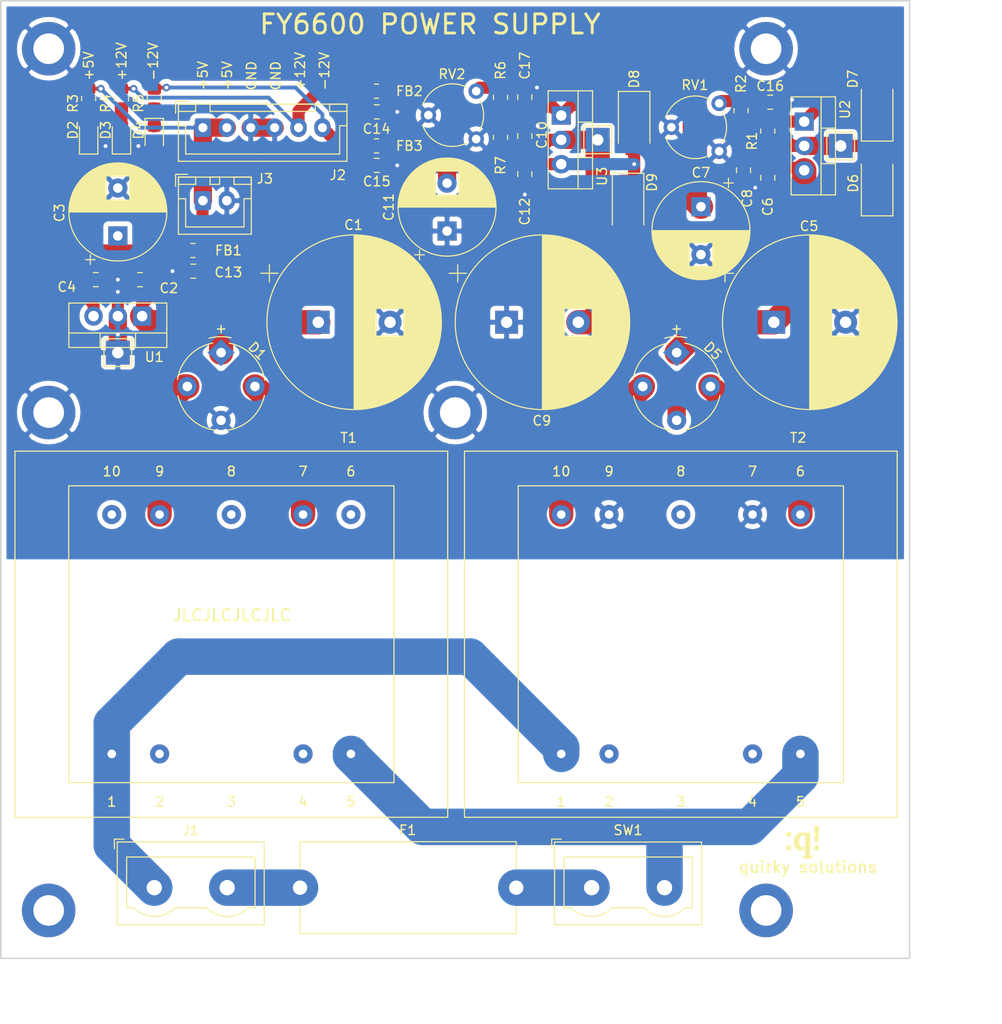
<source format=kicad_pcb>
(kicad_pcb (version 20171130) (host pcbnew 5.1.9-73d0e3b20d~88~ubuntu20.04.1)
  (title_block (title "FY6600 Power Supply") (date 2021-01-06) (rev 1.0) (company "Quirky Solutions") (comment 1 SQ9NJE))
  (layers (0 F.Cu signal) (31 B.Cu signal) (34 B.Paste user) (35 F.Paste user) (36 B.SilkS user) (37 F.SilkS user) (38 B.Mask user) (39 F.Mask user) (44 Edge.Cuts user))
  (net 0 "")
  (net 1 GND)
  (net 2 "Net-(C1-Pad1)")
  (net 3 +5V)
  (net 4 "Net-(C5-Pad1)")
  (net 5 +12V)
  (net 6 "Net-(C10-Pad2)")
  (net 7 -12V)
  (net 8 "Net-(D1-Pad2)")
  (net 9 "Net-(D1-Pad4)")
  (net 10 "Net-(D2-Pad2)")
  (net 11 "Net-(D3-Pad2)")
  (net 12 "Net-(D4-Pad1)")
  (net 13 "Net-(D5-Pad2)")
  (net 14 "Net-(D5-Pad4)")
  (net 15 "Net-(F1-Pad2)")
  (net 16 "Net-(F1-Pad1)")
  (net 17 "Net-(J1-Pad1)")
  (net 18 "Net-(R2-Pad2)")
  (net 19 "Net-(R6-Pad1)")
  (net 20 "Net-(SW1-Pad2)")
  (net 21 "Net-(H1-Pad1)")
  (net 22 "Net-(H2-Pad1)")
  (net 23 "Net-(C3-Pad1)")
  (net 24 "Net-(C7-Pad1)")
  (net 25 "Net-(C11-Pad2)")
  (net 26 "Net-(C16-Pad1)")
  (net 27 "Net-(C17-Pad2)")
  (module Diode_SMD:D_SMA (layer F.Cu) (at 115.57 63.405 270)
    (fp_text reference D9 (at -2.445 -2.5 90) (layer F.SilkS))
    (fp_text value ER1A)
    (pad 2 smd rect (at 2 0 270) (size 2.5 1.8) (layers F.Cu F.Paste F.Mask) (net 6 "Net-(C10-Pad2)"))
    (pad 1 smd rect (at -2 0 270) (size 2.5 1.8) (layers F.Cu F.Paste F.Mask) (net 25 "Net-(C11-Pad2)"))
  )
  (module Diode_SMD:D_SMA (layer F.Cu) (at 116.205 54.864 270)
    (fp_text reference D8 (at -4.699 0 90) (layer F.SilkS))
    (fp_text value ER1A)
    (pad 2 smd rect (at 2 0 270) (size 2.5 1.8) (layers F.Cu F.Paste F.Mask) (net 25 "Net-(C11-Pad2)"))
    (pad 1 smd rect (at -2 0 270) (size 2.5 1.8) (layers F.Cu F.Paste F.Mask) (net 27 "Net-(C17-Pad2)"))
  )
  (module Diode_SMD:D_SMA (layer F.Cu) (at 141.605 53.245 90)
    (fp_text reference D7 (at 3.08 -2.54 90) (layer F.SilkS))
    (fp_text value ER1A)
    (pad 2 smd rect (at 2 0 90) (size 2.5 1.8) (layers F.Cu F.Paste F.Mask) (net 26 "Net-(C16-Pad1)"))
    (pad 1 smd rect (at -2 0 90) (size 2.5 1.8) (layers F.Cu F.Paste F.Mask) (net 24 "Net-(C7-Pad1)"))
  )
  (module Diode_SMD:D_SMA (layer F.Cu) (at 141.605 61.055 90)
    (fp_text reference D6 (at 0 -2.5 90) (layer F.SilkS))
    (fp_text value ER1A)
    (pad 2 smd rect (at 2 0 90) (size 2.5 1.8) (layers F.Cu F.Paste F.Mask) (net 24 "Net-(C7-Pad1)"))
    (pad 1 smd rect (at -2 0 90) (size 2.5 1.8) (layers F.Cu F.Paste F.Mask) (net 4 "Net-(C5-Pad1)"))
  )
  (module Capacitor_SMD:C_0805_2012Metric_Pad1.18x1.45mm_HandSolder (layer F.Cu) (at 104.775 52.07 270)
    (fp_text reference C17 (at -3.302 0 90) (layer F.SilkS))
    (fp_text value 100n)
    (pad 2 smd roundrect (at 1.0375 0 270) (size 1.175 1.45) (layers F.Cu F.Paste F.Mask) (roundrect_rratio 0.2127659574468085) (net 27 "Net-(C17-Pad2)"))
    (pad 1 smd roundrect (at -1.0375 0 270) (size 1.175 1.45) (layers F.Cu F.Paste F.Mask) (roundrect_rratio 0.2127659574468085) (net 1 GND))
  )
  (module Capacitor_SMD:C_0805_2012Metric_Pad1.18x1.45mm_HandSolder (layer F.Cu) (at 130.429 52.578)
    (fp_text reference C16 (at 0 -1.68) (layer F.SilkS))
    (fp_text value 100n)
    (pad 2 smd roundrect (at 1.0375 0) (size 1.175 1.45) (layers F.Cu F.Paste F.Mask) (roundrect_rratio 0.2127659574468085) (net 1 GND))
    (pad 1 smd roundrect (at -1.0375 0) (size 1.175 1.45) (layers F.Cu F.Paste F.Mask) (roundrect_rratio 0.2127659574468085) (net 26 "Net-(C16-Pad1)"))
  )
  (module Connector_JST:JST_XH_B2B-XH-A_1x02_P2.50mm_Vertical (layer F.Cu) (at 71.12 62.865)
    (fp_text reference J3 (at 6.477 -2.286) (layer F.SilkS))
    (fp_text value Conn_01x02)
    (pad 2 thru_hole oval (at 2.5 0) (size 1.7 2) (drill 1) (layers *.Cu *.Mask) (net 1 GND))
    (pad 1 thru_hole roundrect (at 0 0) (size 1.7 2) (drill 1) (layers *.Cu *.Mask) (roundrect_rratio 0.1470588235294118) (net 3 +5V))
  )
  (module Resistor_SMD:R_0805_2012Metric_Pad1.20x1.40mm_HandSolder (layer F.Cu) (at 89.265 57.15)
    (fp_text reference FB3 (at 3.445 0) (layer F.SilkS))
    (fp_text value Z0805C221BPWZT)
    (pad 2 smd roundrect (at 1 0) (size 1.2 1.4) (layers F.Cu F.Paste F.Mask) (roundrect_rratio 0.2083325) (net 25 "Net-(C11-Pad2)"))
    (pad 1 smd roundrect (at -1 0) (size 1.2 1.4) (layers F.Cu F.Paste F.Mask) (roundrect_rratio 0.2083325) (net 7 -12V))
  )
  (module Resistor_SMD:R_0805_2012Metric_Pad1.20x1.40mm_HandSolder (layer F.Cu) (at 89.265 51.435)
    (fp_text reference FB2 (at 3.445 0) (layer F.SilkS))
    (fp_text value Z0805C221BPWZT)
    (pad 2 smd roundrect (at 1 0) (size 1.2 1.4) (layers F.Cu F.Paste F.Mask) (roundrect_rratio 0.2083325) (net 24 "Net-(C7-Pad1)"))
    (pad 1 smd roundrect (at -1 0) (size 1.2 1.4) (layers F.Cu F.Paste F.Mask) (roundrect_rratio 0.2083325) (net 5 +12V))
  )
  (module Resistor_SMD:R_0805_2012Metric_Pad1.20x1.40mm_HandSolder (layer F.Cu) (at 70.082 68.072 180)
    (fp_text reference FB1 (at -3.705 0) (layer F.SilkS))
    (fp_text value Z0805C221BPWZT)
    (pad 2 smd roundrect (at 1 0 180) (size 1.2 1.4) (layers F.Cu F.Paste F.Mask) (roundrect_rratio 0.2083325) (net 23 "Net-(C3-Pad1)"))
    (pad 1 smd roundrect (at -1 0 180) (size 1.2 1.4) (layers F.Cu F.Paste F.Mask) (roundrect_rratio 0.2083325) (net 3 +5V))
  )
  (module Capacitor_SMD:C_0805_2012Metric_Pad1.18x1.45mm_HandSolder (layer F.Cu) (at 89.3025 59.182 180)
    (fp_text reference C15 (at 0 -1.68) (layer F.SilkS))
    (fp_text value 10n)
    (pad 2 smd roundrect (at 1.0375 0 180) (size 1.175 1.45) (layers F.Cu F.Paste F.Mask) (roundrect_rratio 0.2127659574468085) (net 7 -12V))
    (pad 1 smd roundrect (at -1.0375 0 180) (size 1.175 1.45) (layers F.Cu F.Paste F.Mask) (roundrect_rratio 0.2127659574468085) (net 1 GND))
  )
  (module Capacitor_SMD:C_0805_2012Metric_Pad1.18x1.45mm_HandSolder (layer F.Cu) (at 89.3025 53.594)
    (fp_text reference C14 (at -0.0215 1.778) (layer F.SilkS))
    (fp_text value 10n)
    (pad 2 smd roundrect (at 1.0375 0) (size 1.175 1.45) (layers F.Cu F.Paste F.Mask) (roundrect_rratio 0.2127659574468085) (net 1 GND))
    (pad 1 smd roundrect (at -1.0375 0) (size 1.175 1.45) (layers F.Cu F.Paste F.Mask) (roundrect_rratio 0.2127659574468085) (net 5 +12V))
  )
  (module Capacitor_SMD:C_0805_2012Metric_Pad1.18x1.45mm_HandSolder (layer F.Cu) (at 70.1255 70.231 180)
    (fp_text reference C13 (at -3.6615 -0.127) (layer F.SilkS))
    (fp_text value 10n)
    (pad 2 smd roundrect (at 1.0375 0 180) (size 1.175 1.45) (layers F.Cu F.Paste F.Mask) (roundrect_rratio 0.2127659574468085) (net 1 GND))
    (pad 1 smd roundrect (at -1.0375 0 180) (size 1.175 1.45) (layers F.Cu F.Paste F.Mask) (roundrect_rratio 0.2127659574468085) (net 3 +5V))
  )
  (module QS_RF:qs_logo (layer F.Cu) (at 133.858 129.921)
    (fp_text reference Ref** hide)
    (fp_text value Val** hide)
  )
  (module MountingHole:MountingHole_3.2mm_M3_DIN965_Pad (layer F.Cu) (at 130 47)
    (fp_text reference H6 hide)
    (fp_text value MountingHole_Pad hide)
    (pad 1 thru_hole circle (at 0 0) (size 5.6 5.6) (drill 3.2) (layers *.Cu *.Mask) (net 1 GND))
  )
  (module MountingHole:MountingHole_3.2mm_M3_DIN965_Pad (layer F.Cu) (at 55 47)
    (fp_text reference H5 hide)
    (fp_text value MountingHole_Pad hide)
    (pad 1 thru_hole circle (at 0 0) (size 5.6 5.6) (drill 3.2) (layers *.Cu *.Mask) (net 1 GND))
  )
  (module Package_TO_SOT_THT:TO-220-3_Vertical (layer F.Cu) (at 108.585 53.975 270)
    (fp_text reference U3 (at 6.35 -4.27 90) (layer F.SilkS))
    (fp_text value LM337_TO220)
    (pad 3 thru_hole oval (at 5.08 0 270) (size 1.905 2) (drill 1.1) (layers *.Cu *.Mask) (net 25 "Net-(C11-Pad2)"))
    (pad 2 thru_hole oval (at 2.54 0 270) (size 1.905 2) (drill 1.1) (layers *.Cu *.Mask) (net 6 "Net-(C10-Pad2)"))
    (pad 1 thru_hole rect (at 0 0 270) (size 1.905 2) (drill 1.1) (layers *.Cu *.Mask) (net 27 "Net-(C17-Pad2)"))
  )
  (module Package_TO_SOT_THT:TO-220-3_Vertical (layer F.Cu) (at 133.985 54.61 270)
    (fp_text reference U2 (at -1.27 -4.27 90) (layer F.SilkS))
    (fp_text value LM317_TO-220)
    (pad 3 thru_hole oval (at 5.08 0 270) (size 1.905 2) (drill 1.1) (layers *.Cu *.Mask) (net 4 "Net-(C5-Pad1)"))
    (pad 2 thru_hole oval (at 2.54 0 270) (size 1.905 2) (drill 1.1) (layers *.Cu *.Mask) (net 24 "Net-(C7-Pad1)"))
    (pad 1 thru_hole rect (at 0 0 270) (size 1.905 2) (drill 1.1) (layers *.Cu *.Mask) (net 26 "Net-(C16-Pad1)"))
  )
  (module Package_TO_SOT_THT:TO-220-3_Vertical (layer F.Cu) (at 64.77 74.93 180)
    (fp_text reference U1 (at -1.27 -4.27) (layer F.SilkS))
    (fp_text value LM7805_TO220)
    (pad 3 thru_hole oval (at 5.08 0 180) (size 1.905 2) (drill 1.1) (layers *.Cu *.Mask) (net 23 "Net-(C3-Pad1)"))
    (pad 2 thru_hole oval (at 2.54 0 180) (size 1.905 2) (drill 1.1) (layers *.Cu *.Mask) (net 1 GND))
    (pad 1 thru_hole rect (at 0 0 180) (size 1.905 2) (drill 1.1) (layers *.Cu *.Mask) (net 2 "Net-(C1-Pad1)"))
  )
  (module Transformer_THT:Transformer_Breve_TEZ-38x45 (layer F.Cu) (at 108.585 120.65)
    (fp_text reference T2 (at 24.765 -33.02) (layer F.SilkS))
    (fp_text value Transformer_1P_2S)
    (fp_text user 1 (at 0 5) (layer F.SilkS))
    (fp_text user 2 (at 5 5) (layer F.SilkS))
    (fp_text user 3 (at 12.5 5) (layer F.SilkS))
    (fp_text user 4 (at 20 5) (layer F.SilkS))
    (fp_text user 5 (at 25 5) (layer F.SilkS))
    (fp_text user 6 (at 25 -29.5) (layer F.SilkS))
    (fp_text user 7 (at 20 -29.5) (layer F.SilkS))
    (fp_text user 8 (at 12.5 -29.5) (layer F.SilkS))
    (fp_text user 9 (at 5 -29.5) (layer F.SilkS))
    (fp_text user 10 (at 0 -29.5) (layer F.SilkS))
    (pad 10 thru_hole circle (at 0 -25) (size 2 2) (drill 0.9) (layers *.Cu *.Mask) (net 13 "Net-(D5-Pad2)"))
    (pad 9 thru_hole circle (at 5 -25) (size 2 2) (drill 0.9) (layers *.Cu *.Mask) (net 1 GND))
    (pad 8 thru_hole circle (at 12.5 -25) (size 2 2) (drill 0.9) (layers *.Cu *.Mask))
    (pad 7 thru_hole circle (at 20 -25) (size 2 2) (drill 0.9) (layers *.Cu *.Mask) (net 1 GND))
    (pad 6 thru_hole circle (at 25 -25) (size 2 2) (drill 0.9) (layers *.Cu *.Mask) (net 14 "Net-(D5-Pad4)"))
    (pad 5 thru_hole circle (at 25 0) (size 2 2) (drill 0.9) (layers *.Cu *.Mask) (net 20 "Net-(SW1-Pad2)"))
    (pad 4 thru_hole circle (at 20 0) (size 2 2) (drill 0.9) (layers *.Cu *.Mask))
    (pad 2 thru_hole circle (at 5 0) (size 2 2) (drill 0.9) (layers *.Cu *.Mask))
    (pad 1 thru_hole rect (at 0 0) (size 2 2) (drill 0.9) (layers *.Cu *.Mask) (net 17 "Net-(J1-Pad1)"))
  )
  (module Transformer_THT:Transformer_Breve_TEZ-38x45 (layer F.Cu) (at 61.595 120.65)
    (fp_text reference T1 (at 24.765 -33.02) (layer F.SilkS))
    (fp_text value Transformer_1P_1S)
    (fp_text user 1 (at 0 5) (layer F.SilkS))
    (fp_text user 2 (at 5 5) (layer F.SilkS))
    (fp_text user 3 (at 12.5 5) (layer F.SilkS))
    (fp_text user 4 (at 20 5) (layer F.SilkS))
    (fp_text user 5 (at 25 5) (layer F.SilkS))
    (fp_text user 6 (at 25 -29.5) (layer F.SilkS))
    (fp_text user 7 (at 20 -29.5) (layer F.SilkS))
    (fp_text user 8 (at 12.5 -29.5) (layer F.SilkS))
    (fp_text user 9 (at 5 -29.5) (layer F.SilkS))
    (fp_text user 10 (at 0 -29.5) (layer F.SilkS))
    (pad 10 thru_hole circle (at 0 -25) (size 2 2) (drill 0.9) (layers *.Cu *.Mask))
    (pad 9 thru_hole circle (at 5 -25) (size 2 2) (drill 0.9) (layers *.Cu *.Mask) (net 8 "Net-(D1-Pad2)"))
    (pad 8 thru_hole circle (at 12.5 -25) (size 2 2) (drill 0.9) (layers *.Cu *.Mask))
    (pad 7 thru_hole circle (at 20 -25) (size 2 2) (drill 0.9) (layers *.Cu *.Mask) (net 9 "Net-(D1-Pad4)"))
    (pad 6 thru_hole circle (at 25 -25) (size 2 2) (drill 0.9) (layers *.Cu *.Mask))
    (pad 5 thru_hole circle (at 25 0) (size 2 2) (drill 0.9) (layers *.Cu *.Mask) (net 20 "Net-(SW1-Pad2)"))
    (pad 4 thru_hole circle (at 20 0) (size 2 2) (drill 0.9) (layers *.Cu *.Mask))
    (pad 2 thru_hole circle (at 5 0) (size 2 2) (drill 0.9) (layers *.Cu *.Mask))
    (pad 1 thru_hole rect (at 0 0) (size 2 2) (drill 0.9) (layers *.Cu *.Mask) (net 17 "Net-(J1-Pad1)"))
  )
  (module TerminalBlock:TerminalBlock_Wuerth_691311400102_P7.62mm (layer F.Cu) (at 111.76 134.62)
    (fp_text reference SW1 (at 3.81 -6) (layer F.SilkS))
    (fp_text value SW_SPST)
    (pad 2 thru_hole circle (at 7.62 0) (size 2.54 2.54) (drill 1.6) (layers *.Cu *.Mask) (net 20 "Net-(SW1-Pad2)"))
    (pad 1 thru_hole rect (at 0 0) (size 2.54 2.54) (drill 1.6) (layers *.Cu *.Mask) (net 15 "Net-(F1-Pad2)"))
  )
  (module Potentiometer_THT:Potentiometer_Piher_PT-6-V_Vertical (layer F.Cu) (at 99.695 51.435 180)
    (fp_text reference RV2 (at 2.54 1.778) (layer F.SilkS))
    (fp_text value 4.7k)
    (pad 1 thru_hole circle (at 0 0 180) (size 1.62 1.62) (drill 0.9) (layers *.Cu *.Mask) (net 19 "Net-(R6-Pad1)"))
    (pad 2 thru_hole circle (at 5 -2.5 180) (size 1.62 1.62) (drill 0.9) (layers *.Cu *.Mask) (net 1 GND))
    (pad 3 thru_hole circle (at 0 -5 180) (size 1.62 1.62) (drill 0.9) (layers *.Cu *.Mask) (net 1 GND))
  )
  (module Potentiometer_THT:Potentiometer_Piher_PT-6-V_Vertical (layer F.Cu) (at 125.095 52.705 180)
    (fp_text reference RV1 (at 2.54 1.905) (layer F.SilkS))
    (fp_text value 4.7k)
    (pad 1 thru_hole circle (at 0 0 180) (size 1.62 1.62) (drill 0.9) (layers *.Cu *.Mask) (net 18 "Net-(R2-Pad2)"))
    (pad 2 thru_hole circle (at 5 -2.5 180) (size 1.62 1.62) (drill 0.9) (layers *.Cu *.Mask) (net 1 GND))
    (pad 3 thru_hole circle (at 0 -5 180) (size 1.62 1.62) (drill 0.9) (layers *.Cu *.Mask) (net 1 GND))
  )
  (module Resistor_SMD:R_0805_2012Metric_Pad1.20x1.40mm_HandSolder (layer F.Cu) (at 102.235 56.245 270)
    (fp_text reference R7 (at 2.937 0 90) (layer F.SilkS))
    (fp_text value 1k)
    (pad 2 smd roundrect (at 1 0 270) (size 1.2 1.4) (layers F.Cu F.Paste F.Mask) (roundrect_rratio 0.2083325) (net 25 "Net-(C11-Pad2)"))
    (pad 1 smd roundrect (at -1 0 270) (size 1.2 1.4) (layers F.Cu F.Paste F.Mask) (roundrect_rratio 0.2083325) (net 27 "Net-(C17-Pad2)"))
  )
  (module Resistor_SMD:R_0805_2012Metric_Pad1.20x1.40mm_HandSolder (layer F.Cu) (at 102.235 52.07 270)
    (fp_text reference R6 (at -2.81 0 90) (layer F.SilkS))
    (fp_text value 6.8k)
    (pad 2 smd roundrect (at 1 0 270) (size 1.2 1.4) (layers F.Cu F.Paste F.Mask) (roundrect_rratio 0.2083325) (net 27 "Net-(C17-Pad2)"))
    (pad 1 smd roundrect (at -1 0 270) (size 1.2 1.4) (layers F.Cu F.Paste F.Mask) (roundrect_rratio 0.2083325) (net 19 "Net-(R6-Pad1)"))
  )
  (module Resistor_SMD:R_0805_2012Metric_Pad1.20x1.40mm_HandSolder (layer F.Cu) (at 66.04 52.213 270)
    (fp_text reference R5 (at 0.492 1.651 90) (layer F.SilkS))
    (fp_text value 10k)
    (pad 2 smd roundrect (at 1 0 270) (size 1.2 1.4) (layers F.Cu F.Paste F.Mask) (roundrect_rratio 0.2083325) (net 12 "Net-(D4-Pad1)"))
    (pad 1 smd roundrect (at -1 0 270) (size 1.2 1.4) (layers F.Cu F.Paste F.Mask) (roundrect_rratio 0.2083325) (net 7 -12V))
  )
  (module Resistor_SMD:R_0805_2012Metric_Pad1.20x1.40mm_HandSolder (layer F.Cu) (at 62.611 52.213 270)
    (fp_text reference R4 (at 0.492 1.651 90) (layer F.SilkS))
    (fp_text value 10k)
    (pad 2 smd roundrect (at 1 0 270) (size 1.2 1.4) (layers F.Cu F.Paste F.Mask) (roundrect_rratio 0.2083325) (net 11 "Net-(D3-Pad2)"))
    (pad 1 smd roundrect (at -1 0 270) (size 1.2 1.4) (layers F.Cu F.Paste F.Mask) (roundrect_rratio 0.2083325) (net 5 +12V))
  )
  (module Resistor_SMD:R_0805_2012Metric_Pad1.20x1.40mm_HandSolder (layer F.Cu) (at 59.182 52.197 270)
    (fp_text reference R3 (at 0.508 1.651 90) (layer F.SilkS))
    (fp_text value 3.3k)
    (pad 2 smd roundrect (at 1 0 270) (size 1.2 1.4) (layers F.Cu F.Paste F.Mask) (roundrect_rratio 0.2083325) (net 10 "Net-(D2-Pad2)"))
    (pad 1 smd roundrect (at -1 0 270) (size 1.2 1.4) (layers F.Cu F.Paste F.Mask) (roundrect_rratio 0.2083325) (net 3 +5V))
  )
  (module Resistor_SMD:R_0805_2012Metric_Pad1.20x1.40mm_HandSolder (layer F.Cu) (at 127.381 53.467 90)
    (fp_text reference R2 (at 2.81 0 90) (layer F.SilkS))
    (fp_text value 6.8k)
    (pad 2 smd roundrect (at 1 0 90) (size 1.2 1.4) (layers F.Cu F.Paste F.Mask) (roundrect_rratio 0.2083325) (net 18 "Net-(R2-Pad2)"))
    (pad 1 smd roundrect (at -1 0 90) (size 1.2 1.4) (layers F.Cu F.Paste F.Mask) (roundrect_rratio 0.2083325) (net 26 "Net-(C16-Pad1)"))
  )
  (module Resistor_SMD:R_0805_2012Metric_Pad1.20x1.40mm_HandSolder (layer F.Cu) (at 130.175 55.61 90)
    (fp_text reference R1 (at -1.032 -1.651 90) (layer F.SilkS))
    (fp_text value 1k)
    (pad 2 smd roundrect (at 1 0 90) (size 1.2 1.4) (layers F.Cu F.Paste F.Mask) (roundrect_rratio 0.2083325) (net 26 "Net-(C16-Pad1)"))
    (pad 1 smd roundrect (at -1 0 90) (size 1.2 1.4) (layers F.Cu F.Paste F.Mask) (roundrect_rratio 0.2083325) (net 24 "Net-(C7-Pad1)"))
  )
  (module Connector_JST:JST_XH_B6B-XH-A_1x06_P2.50mm_Vertical (layer F.Cu) (at 71.12 55.245)
    (fp_text reference J2 (at 14.097 4.953) (layer F.SilkS))
    (fp_text value Conn_01x06)
    (pad 6 thru_hole oval (at 12.5 0) (size 1.7 1.95) (drill 0.95) (layers *.Cu *.Mask) (net 7 -12V))
    (pad 5 thru_hole oval (at 10 0) (size 1.7 1.95) (drill 0.95) (layers *.Cu *.Mask) (net 5 +12V))
    (pad 4 thru_hole oval (at 7.5 0) (size 1.7 1.95) (drill 0.95) (layers *.Cu *.Mask) (net 1 GND))
    (pad 3 thru_hole oval (at 5 0) (size 1.7 1.95) (drill 0.95) (layers *.Cu *.Mask) (net 1 GND))
    (pad 2 thru_hole oval (at 2.5 0) (size 1.7 1.95) (drill 0.95) (layers *.Cu *.Mask) (net 3 +5V))
    (pad 1 thru_hole roundrect (at 0 0) (size 1.7 1.95) (drill 0.95) (layers *.Cu *.Mask) (roundrect_rratio 0.1470588235294118) (net 3 +5V))
  )
  (module TerminalBlock:TerminalBlock_Wuerth_691311400102_P7.62mm (layer F.Cu) (at 66.04 134.62)
    (fp_text reference J1 (at 3.81 -6) (layer F.SilkS))
    (fp_text value Conn_01x02)
    (pad 2 thru_hole circle (at 7.62 0) (size 2.54 2.54) (drill 1.6) (layers *.Cu *.Mask) (net 16 "Net-(F1-Pad1)"))
    (pad 1 thru_hole rect (at 0 0) (size 2.54 2.54) (drill 1.6) (layers *.Cu *.Mask) (net 17 "Net-(J1-Pad1)"))
  )
  (module TestPoint:TestPoint_THTPad_2.5x2.5mm_Drill1.2mm (layer F.Cu) (at 112.395 56.515 90)
    (fp_text reference HS3 hide)
    (fp_text value Heatsink_Pad hide)
    (pad 1 thru_hole rect (at 0 0 90) (size 2.5 2.5) (drill 1.2) (layers *.Cu *.Mask) (net 6 "Net-(C10-Pad2)"))
  )
  (module TestPoint:TestPoint_THTPad_2.5x2.5mm_Drill1.2mm (layer F.Cu) (at 137.795 57.15 90)
    (fp_text reference HS2 hide)
    (fp_text value Heatsink_Pad hide)
    (pad 1 thru_hole rect (at 0 0 90) (size 2.5 2.5) (drill 1.2) (layers *.Cu *.Mask) (net 24 "Net-(C7-Pad1)"))
  )
  (module TestPoint:TestPoint_THTPad_2.5x2.5mm_Drill1.2mm (layer F.Cu) (at 62.23 78.74 90)
    (fp_text reference HS1 hide)
    (fp_text value Heatsink_Pad hide)
    (pad 1 thru_hole rect (at 0 0 90) (size 2.5 2.5) (drill 1.2) (layers *.Cu *.Mask) (net 1 GND))
  )
  (module MountingHole:MountingHole_3.2mm_M3_DIN965_Pad (layer F.Cu) (at 55 85)
    (fp_text reference H4 hide)
    (fp_text value MountingHole_Pad hide)
    (pad 1 thru_hole circle (at 0 0) (size 5.6 5.6) (drill 3.2) (layers *.Cu *.Mask) (net 1 GND))
  )
  (module MountingHole:MountingHole_3.2mm_M3_DIN965_Pad (layer F.Cu) (at 97.5 85)
    (fp_text reference H3 hide)
    (fp_text value MountingHole_Pad hide)
    (pad 1 thru_hole circle (at 0 0) (size 5.6 5.6) (drill 3.2) (layers *.Cu *.Mask) (net 1 GND))
  )
  (module MountingHole:MountingHole_3.2mm_M3_DIN965_Pad (layer F.Cu) (at 130 137)
    (fp_text reference H2 hide)
    (fp_text value MountingHole_Pad hide)
    (pad 1 thru_hole circle (at 0 0) (size 5.6 5.6) (drill 3.2) (layers *.Cu *.Mask) (net 22 "Net-(H2-Pad1)"))
  )
  (module MountingHole:MountingHole_3.2mm_M3_DIN965_Pad (layer F.Cu) (at 55 137)
    (fp_text reference H1 hide)
    (fp_text value MountingHole_Pad hide)
    (pad 1 thru_hole circle (at 0 0) (size 5.6 5.6) (drill 3.2) (layers *.Cu *.Mask) (net 21 "Net-(H1-Pad1)"))
  )
  (module Fuse:Fuseholder_Cylinder-5x20mm_Stelvio-Kontek_PTF78_Horizontal_Open (layer F.Cu) (at 81.28 134.62)
    (fp_text reference F1 (at 11.25 -6) (layer F.SilkS))
    (fp_text value 200mA)
    (pad 2 thru_hole circle (at 22.6 0) (size 3 3) (drill 1.5) (layers *.Cu *.Mask) (net 15 "Net-(F1-Pad2)"))
    (pad 1 thru_hole circle (at 0 0) (size 3 3) (drill 1.5) (layers *.Cu *.Mask) (net 16 "Net-(F1-Pad1)"))
  )
  (module Diode_THT:Diode_Bridge_Round_D9.0mm (layer F.Cu) (at 120.65 78.74 315)
    (fp_text reference D5 (at 2.54 -2.794 135) (layer F.SilkS))
    (fp_text value D_Bridge_+A-A)
    (pad 1 thru_hole rect (at 0 0 315) (size 2 2) (drill 1) (layers *.Cu *.Mask) (net 4 "Net-(C5-Pad1)"))
    (pad 3 thru_hole oval (at 5 5 315) (size 2 2) (drill 1) (layers *.Cu *.Mask) (net 6 "Net-(C10-Pad2)"))
    (pad 2 thru_hole oval (at 0 5 315) (size 2 2) (drill 1) (layers *.Cu *.Mask) (net 13 "Net-(D5-Pad2)"))
    (pad 4 thru_hole oval (at 5 0 315) (size 2 2) (drill 1) (layers *.Cu *.Mask) (net 14 "Net-(D5-Pad4)"))
  )
  (module Diode_SMD:D_0805_2012Metric_Pad1.15x1.40mm_HandSolder (layer F.Cu) (at 66.04 56.134 270)
    (fp_text reference D4 (at -0.635 1.651 90) (layer F.SilkS))
    (fp_text value LED_Small)
    (pad 2 smd roundrect (at 1.025 0 270) (size 1.15 1.4) (layers F.Cu F.Paste F.Mask) (roundrect_rratio 0.2173904347826087) (net 1 GND))
    (pad 1 smd roundrect (at -1.025 0 270) (size 1.15 1.4) (layers F.Cu F.Paste F.Mask) (roundrect_rratio 0.2173904347826087) (net 12 "Net-(D4-Pad1)"))
  )
  (module Diode_SMD:D_0805_2012Metric_Pad1.15x1.40mm_HandSolder (layer F.Cu) (at 62.611 56.134 90)
    (fp_text reference D3 (at 0.635 -1.651 90) (layer F.SilkS))
    (fp_text value LED_Small)
    (pad 2 smd roundrect (at 1.025 0 90) (size 1.15 1.4) (layers F.Cu F.Paste F.Mask) (roundrect_rratio 0.2173904347826087) (net 11 "Net-(D3-Pad2)"))
    (pad 1 smd roundrect (at -1.025 0 90) (size 1.15 1.4) (layers F.Cu F.Paste F.Mask) (roundrect_rratio 0.2173904347826087) (net 1 GND))
  )
  (module Diode_SMD:D_0805_2012Metric_Pad1.15x1.40mm_HandSolder (layer F.Cu) (at 59.182 56.143 90)
    (fp_text reference D2 (at 0.644 -1.651 90) (layer F.SilkS))
    (fp_text value LED_Small)
    (pad 2 smd roundrect (at 1.025 0 90) (size 1.15 1.4) (layers F.Cu F.Paste F.Mask) (roundrect_rratio 0.2173904347826087) (net 10 "Net-(D2-Pad2)"))
    (pad 1 smd roundrect (at -1.025 0 90) (size 1.15 1.4) (layers F.Cu F.Paste F.Mask) (roundrect_rratio 0.2173904347826087) (net 1 GND))
  )
  (module Diode_THT:Diode_Bridge_Round_D9.0mm (layer F.Cu) (at 73.025 78.74 315)
    (fp_text reference D1 (at 2.54 -2.794 135) (layer F.SilkS))
    (fp_text value D_Bridge_+A-A)
    (pad 1 thru_hole rect (at 0 0 315) (size 2 2) (drill 1) (layers *.Cu *.Mask) (net 2 "Net-(C1-Pad1)"))
    (pad 3 thru_hole oval (at 5 5 315) (size 2 2) (drill 1) (layers *.Cu *.Mask) (net 1 GND))
    (pad 2 thru_hole oval (at 0 5 315) (size 2 2) (drill 1) (layers *.Cu *.Mask) (net 8 "Net-(D1-Pad2)"))
    (pad 4 thru_hole oval (at 5 0 315) (size 2 2) (drill 1) (layers *.Cu *.Mask) (net 9 "Net-(D1-Pad4)"))
  )
  (module Capacitor_SMD:C_0805_2012Metric_Pad1.18x1.45mm_HandSolder (layer F.Cu) (at 104.775 60.0925 90)
    (fp_text reference C12 (at -3.9155 0 90) (layer F.SilkS))
    (fp_text value 100n)
    (pad 2 smd roundrect (at 1.0375 0 90) (size 1.175 1.45) (layers F.Cu F.Paste F.Mask) (roundrect_rratio 0.2127659574468085) (net 25 "Net-(C11-Pad2)"))
    (pad 1 smd roundrect (at -1.0375 0 90) (size 1.175 1.45) (layers F.Cu F.Paste F.Mask) (roundrect_rratio 0.2127659574468085) (net 1 GND))
  )
  (module Capacitor_THT:CP_Radial_D10.0mm_P5.00mm (layer F.Cu) (at 96.647 66.04 90)
    (fp_text reference C11 (at 2.5 -6.096 90) (layer F.SilkS))
    (fp_text value 470u)
    (pad 2 thru_hole circle (at 5 0 90) (size 2 2) (drill 1) (layers *.Cu *.Mask) (net 25 "Net-(C11-Pad2)"))
    (pad 1 thru_hole rect (at 0 0 90) (size 2 2) (drill 1) (layers *.Cu *.Mask) (net 1 GND))
  )
  (module Capacitor_SMD:C_0805_2012Metric_Pad1.18x1.45mm_HandSolder (layer F.Cu) (at 104.775 56.1125 270)
    (fp_text reference C10 (at -0.1055 -1.778 90) (layer F.SilkS))
    (fp_text value 100n)
    (pad 2 smd roundrect (at 1.0375 0 270) (size 1.175 1.45) (layers F.Cu F.Paste F.Mask) (roundrect_rratio 0.2127659574468085) (net 6 "Net-(C10-Pad2)"))
    (pad 1 smd roundrect (at -1.0375 0 270) (size 1.175 1.45) (layers F.Cu F.Paste F.Mask) (roundrect_rratio 0.2127659574468085) (net 1 GND))
  )
  (module Capacitor_THT:CP_Radial_D18.0mm_P7.50mm (layer F.Cu) (at 102.87 75.565)
    (fp_text reference C9 (at 3.683 10.287) (layer F.SilkS))
    (fp_text value 4700u)
    (pad 2 thru_hole circle (at 7.5 0) (size 2.4 2.4) (drill 1.2) (layers *.Cu *.Mask) (net 6 "Net-(C10-Pad2)"))
    (pad 1 thru_hole rect (at 0 0) (size 2.4 2.4) (drill 1.2) (layers *.Cu *.Mask) (net 1 GND))
  )
  (module Capacitor_SMD:C_0805_2012Metric_Pad1.18x1.45mm_HandSolder (layer F.Cu) (at 127.635 59.69 270)
    (fp_text reference C8 (at 2.9425 -0.381 90) (layer F.SilkS))
    (fp_text value 100n)
    (pad 2 smd roundrect (at 1.0375 0 270) (size 1.175 1.45) (layers F.Cu F.Paste F.Mask) (roundrect_rratio 0.2127659574468085) (net 1 GND))
    (pad 1 smd roundrect (at -1.0375 0 270) (size 1.175 1.45) (layers F.Cu F.Paste F.Mask) (roundrect_rratio 0.2127659574468085) (net 24 "Net-(C7-Pad1)"))
  )
  (module Capacitor_THT:CP_Radial_D10.0mm_P5.00mm (layer F.Cu) (at 123.19 63.5 270)
    (fp_text reference C7 (at -3.556 0 180) (layer F.SilkS))
    (fp_text value 470u)
    (pad 2 thru_hole circle (at 5 0 270) (size 2 2) (drill 1) (layers *.Cu *.Mask) (net 1 GND))
    (pad 1 thru_hole rect (at 0 0 270) (size 2 2) (drill 1) (layers *.Cu *.Mask) (net 24 "Net-(C7-Pad1)"))
  )
  (module Capacitor_SMD:C_0805_2012Metric_Pad1.18x1.45mm_HandSolder (layer F.Cu) (at 130.175 60.4735 270)
    (fp_text reference C6 (at 3.0265 0 90) (layer F.SilkS))
    (fp_text value 100n)
    (pad 1 smd roundrect (at -1.0375 0 270) (size 1.175 1.45) (layers F.Cu F.Paste F.Mask) (roundrect_rratio 0.2127659574468085) (net 4 "Net-(C5-Pad1)"))
    (pad 2 smd roundrect (at 1.0375 0 270) (size 1.175 1.45) (layers F.Cu F.Paste F.Mask) (roundrect_rratio 0.2127659574468085) (net 1 GND))
  )
  (module Capacitor_THT:CP_Radial_D18.0mm_P7.50mm (layer F.Cu) (at 130.81 75.565)
    (fp_text reference C5 (at 3.683 -10.033) (layer F.SilkS))
    (fp_text value 4700u)
    (pad 2 thru_hole circle (at 7.5 0) (size 2.4 2.4) (drill 1.2) (layers *.Cu *.Mask) (net 1 GND))
    (pad 1 thru_hole rect (at 0 0) (size 2.4 2.4) (drill 1.2) (layers *.Cu *.Mask) (net 4 "Net-(C5-Pad1)"))
  )
  (module Capacitor_SMD:C_0805_2012Metric_Pad1.18x1.45mm_HandSolder (layer F.Cu) (at 59.9225 71.12)
    (fp_text reference C4 (at -3.0265 0.762) (layer F.SilkS))
    (fp_text value 100n)
    (pad 2 smd roundrect (at 1.0375 0) (size 1.175 1.45) (layers F.Cu F.Paste F.Mask) (roundrect_rratio 0.2127659574468085) (net 1 GND))
    (pad 1 smd roundrect (at -1.0375 0) (size 1.175 1.45) (layers F.Cu F.Paste F.Mask) (roundrect_rratio 0.2127659574468085) (net 23 "Net-(C3-Pad1)"))
  )
  (module Capacitor_THT:CP_Radial_D10.0mm_P5.00mm (layer F.Cu) (at 62.23 66.548 90)
    (fp_text reference C3 (at 2.413 -6.096 90) (layer F.SilkS))
    (fp_text value 470u)
    (pad 2 thru_hole circle (at 5 0 90) (size 2 2) (drill 1) (layers *.Cu *.Mask) (net 1 GND))
    (pad 1 thru_hole rect (at 0 0 90) (size 2 2) (drill 1) (layers *.Cu *.Mask) (net 23 "Net-(C3-Pad1)"))
  )
  (module Capacitor_SMD:C_0805_2012Metric_Pad1.18x1.45mm_HandSolder (layer F.Cu) (at 64.5375 71.12 180)
    (fp_text reference C2 (at -3.0265 -0.889) (layer F.SilkS))
    (fp_text value 100n)
    (pad 2 smd roundrect (at 1.0375 0 180) (size 1.175 1.45) (layers F.Cu F.Paste F.Mask) (roundrect_rratio 0.2127659574468085) (net 1 GND))
    (pad 1 smd roundrect (at -1.0375 0 180) (size 1.175 1.45) (layers F.Cu F.Paste F.Mask) (roundrect_rratio 0.2127659574468085) (net 2 "Net-(C1-Pad1)"))
  )
  (module Capacitor_THT:CP_Radial_D18.0mm_P7.50mm (layer F.Cu) (at 83.185 75.565)
    (fp_text reference C1 (at 3.683 -10.16) (layer F.SilkS))
    (fp_text value 4700u)
    (pad 2 thru_hole circle (at 7.5 0) (size 2.4 2.4) (drill 1.2) (layers *.Cu *.Mask) (net 1 GND))
    (pad 1 thru_hole rect (at 0 0) (size 2.4 2.4) (drill 1.2) (layers *.Cu *.Mask) (net 2 "Net-(C1-Pad1)"))
  )
  (gr_text + (at 120.65 76.2) (layer F.SilkS) (effects (font (size 1 1))))
  (gr_text + (at 73.025 76.2) (layer F.SilkS) (effects (font (size 1 1))))
  (gr_text -12V (at 65.913 50.419 90) (layer F.SilkS) (effects (font (size 1 1)) (justify left)))
  (gr_text +12V (at 62.611 50.419 90) (layer F.SilkS) (effects (font (size 1 1)) (justify left)))
  (gr_text +5V (at 59.182 50.419 90) (layer F.SilkS) (effects (font (size 1 1)) (justify left)))
  (gr_text JLCJLCJLCJLC (at 74.168 106.172) (layer F.SilkS) (effects (font (size 1.2 1.2) (thickness 0.2))))
  (gr_text "quirky solutions" (at 134.366 132.461) (layer F.SilkS) (effects (font (size 1.2 1.2) (thickness 0.2))))
  (gr_text "FY6600 POWER SUPPLY" (at 94.869 44.45) (layer F.SilkS) (effects (font (size 2 2) (thickness 0.3))))
  (gr_text GND (at 78.74 51.435 90) (layer F.SilkS) (effects (font (size 1 1)) (justify left)))
  (gr_text GND (at 76.2 51.435 90) (layer F.SilkS) (effects (font (size 1 1)) (justify left)))
  (gr_text -12V (at 83.82 51.435 90) (layer F.SilkS) (effects (font (size 1 1)) (justify left)))
  (gr_text +12V (at 81.28 51.435 90) (layer F.SilkS) (effects (font (size 1 1)) (justify left)))
  (gr_text +5V (at 73.66 51.435 90) (layer F.SilkS) (effects (font (size 1 1)) (justify left)))
  (gr_text +5V (at 71.12 51.435 90) (layer F.SilkS) (effects (font (size 1 1)) (justify left)))
  (gr_line (start 50 42) (end 50 142) (layer Edge.Cuts) (width 0.15))
  (gr_line (start 145 42) (end 50 42) (layer Edge.Cuts) (width 0.15))
  (gr_line (start 145 142) (end 145 42) (layer Edge.Cuts) (width 0.15))
  (gr_line (start 50 142) (end 145 142) (layer Edge.Cuts) (width 0.15))
  (segment (start 62.23 74.93) (end 62.23 72.39) (width 1.27) (layer F.Cu) (net 1))
  (segment (start 62.23 71.12) (end 62.23 71.12) (width 1.27) (layer F.Cu) (net 1))
  (segment (start 63.5 71.12) (end 62.23 71.12) (width 1.27) (layer F.Cu) (net 1))
  (segment (start 62.23 71.12) (end 60.96 71.12) (width 1.27) (layer F.Cu) (net 1))
  (via (at 62.23 71.12) (size 0.8) (drill 0.4) (layers F.Cu B.Cu) (net 1))
  (segment (start 62.23 72.39) (end 62.23 71.12) (width 1.27) (layer F.Cu) (net 1))
  (via (at 62.23 72.39) (size 0.8) (drill 0.4) (layers F.Cu B.Cu) (net 1))
  (segment (start 62.23 74.93) (end 62.23 76.835) (width 1.905) (layer F.Cu) (net 1))
  (segment (start 62.23 76.835) (end 62.23 78.74) (width 1.905) (layer F.Cu) (net 1))
  (via (at 62.23 76.835) (size 0.8) (drill 0.4) (layers F.Cu B.Cu) (net 1))
  (via (at 104.775 62.23) (size 0.8) (drill 0.4) (layers F.Cu B.Cu) (net 1))
  (segment (start 104.775 61.13) (end 104.775 62.23) (width 1.27) (layer F.Cu) (net 1))
  (segment (start 76.12 55.245) (end 78.62 55.245) (width 1.905) (layer F.Cu) (net 1))
  (via (at 91.44 59.182) (size 0.8) (drill 0.4) (layers F.Cu B.Cu) (net 1))
  (segment (start 90.34 59.182) (end 91.44 59.182) (width 1.27) (layer F.Cu) (net 1))
  (via (at 91.44 53.594) (size 0.8) (drill 0.4) (layers F.Cu B.Cu) (net 1))
  (segment (start 90.34 53.594) (end 91.44 53.594) (width 1.27) (layer F.Cu) (net 1))
  (via (at 67.945 70.231) (size 0.8) (drill 0.4) (layers F.Cu B.Cu) (net 1))
  (via (at 106.129079 55.075079) (size 0.8) (drill 0.4) (layers F.Cu B.Cu) (net 1))
  (segment (start 104.775 55.075) (end 106.129 55.075) (width 1.27) (layer F.Cu) (net 1))
  (segment (start 106.129 55.075) (end 106.129079 55.075079) (width 1.27) (layer F.Cu) (net 1))
  (segment (start 128.186 61.511) (end 127.635 60.96) (width 1.27) (layer F.Cu) (net 1))
  (segment (start 130.175 61.511) (end 128.862 61.511) (width 1.27) (layer F.Cu) (net 1))
  (segment (start 128.862 61.511) (end 128.186 61.511) (width 1.27) (layer F.Cu) (net 1))
  (via (at 128.862 61.511) (size 0.8) (drill 0.4) (layers F.Cu B.Cu) (net 1))
  (segment (start 67.945 70.231) (end 69.088 70.231) (width 1.27) (layer F.Cu) (net 1))
  (segment (start 62.602 57.168) (end 62.611 57.159) (width 1.27) (layer F.Cu) (net 1))
  (segment (start 59.182 57.168) (end 60.942 57.168) (width 1.27) (layer F.Cu) (net 1))
  (segment (start 62.611 57.159) (end 64.38 57.159) (width 1.27) (layer F.Cu) (net 1))
  (segment (start 64.38 57.159) (end 66.04 57.159) (width 1.27) (layer F.Cu) (net 1))
  (via (at 64.38 57.159) (size 0.8) (drill 0.4) (layers F.Cu B.Cu) (net 1))
  (segment (start 60.942 57.168) (end 62.602 57.168) (width 1.27) (layer F.Cu) (net 1))
  (via (at 60.942 57.168) (size 0.8) (drill 0.4) (layers F.Cu B.Cu) (net 1))
  (via (at 106.045 51.054) (size 0.8) (drill 0.4) (layers F.Cu B.Cu) (net 1))
  (segment (start 106.0235 51.0325) (end 106.045 51.054) (width 1.27) (layer F.Cu) (net 1))
  (segment (start 104.775 51.0325) (end 106.0235 51.0325) (width 1.27) (layer F.Cu) (net 1))
  (via (at 132.715 52.324) (size 0.8) (drill 0.4) (layers F.Cu B.Cu) (net 1))
  (segment (start 132.461 52.578) (end 132.715 52.324) (width 1.27) (layer F.Cu) (net 1))
  (segment (start 131.4665 52.578) (end 132.461 52.578) (width 1.27) (layer F.Cu) (net 1))
  (segment (start 65.575 71.12) (end 65.575 72.855) (width 1.27) (layer F.Cu) (net 2))
  (segment (start 64.77 73.66) (end 64.77 74.93) (width 1.27) (layer F.Cu) (net 2))
  (segment (start 65.575 72.855) (end 64.77 73.66) (width 1.27) (layer F.Cu) (net 2))
  (segment (start 65.405 75.565) (end 64.77 74.93) (width 2.54) (layer F.Cu) (net 2))
  (segment (start 73.025 76.2) (end 73.66 75.565) (width 2.54) (layer F.Cu) (net 2))
  (segment (start 73.66 75.565) (end 65.405 75.565) (width 2.54) (layer F.Cu) (net 2))
  (segment (start 73.025 78.74) (end 73.025 76.2) (width 2.54) (layer F.Cu) (net 2))
  (segment (start 83.185 75.565) (end 73.66 75.565) (width 2.54) (layer F.Cu) (net 2))
  (segment (start 71.12 55.245) (end 73.62 55.245) (width 1.905) (layer F.Cu) (net 3))
  (segment (start 71.163 68.153) (end 71.082 68.072) (width 1.27) (layer F.Cu) (net 3))
  (segment (start 71.163 70.231) (end 71.163 68.153) (width 1.27) (layer F.Cu) (net 3))
  (segment (start 71.082 62.903) (end 71.12 62.865) (width 1.27) (layer F.Cu) (net 3))
  (segment (start 71.082 68.072) (end 71.082 62.903) (width 1.27) (layer F.Cu) (net 3))
  (segment (start 71.12 58.42) (end 71.12 55.245) (width 1.905) (layer F.Cu) (net 3))
  (segment (start 71.12 62.865) (end 71.12 58.42) (width 1.905) (layer F.Cu) (net 3))
  (segment (start 64.516 55.245) (end 60.452 51.181) (width 0.4064) (layer B.Cu) (net 3))
  (segment (start 71.12 55.245) (end 64.516 55.245) (width 0.4064) (layer B.Cu) (net 3))
  (via (at 60.452 51.181) (size 0.8) (drill 0.4) (layers F.Cu B.Cu) (net 3))
  (segment (start 58.944 51.181) (end 60.452 51.181) (width 0.4064) (layer F.Cu) (net 3))
  (segment (start 58.928 51.197) (end 58.944 51.181) (width 0.4064) (layer F.Cu) (net 3))
  (segment (start 133.731 59.436) (end 133.985 59.69) (width 1.27) (layer F.Cu) (net 4))
  (segment (start 130.175 59.436) (end 133.731 59.436) (width 1.27) (layer F.Cu) (net 4))
  (segment (start 123.825 75.565) (end 120.65 78.74) (width 2.54) (layer F.Cu) (net 4))
  (segment (start 130.81 75.565) (end 123.825 75.565) (width 2.54) (layer F.Cu) (net 4))
  (segment (start 133.985 72.39) (end 133.985 64.389) (width 2.54) (layer F.Cu) (net 4))
  (segment (start 130.81 75.565) (end 133.985 72.39) (width 2.54) (layer F.Cu) (net 4))
  (segment (start 134.175 63.055) (end 133.985 62.865) (width 1.27) (layer F.Cu) (net 4))
  (segment (start 141.605 63.055) (end 134.175 63.055) (width 1.27) (layer F.Cu) (net 4))
  (segment (start 133.985 62.865) (end 133.985 59.69) (width 2.54) (layer F.Cu) (net 4))
  (segment (start 133.985 64.389) (end 133.985 62.865) (width 2.54) (layer F.Cu) (net 4))
  (segment (start 88.265 53.594) (end 88.265 51.435) (width 1.27) (layer F.Cu) (net 5))
  (segment (start 88.265 51.435) (end 83.185 51.435) (width 1.27) (layer F.Cu) (net 5))
  (segment (start 81.12 53.5) (end 81.12 55.245) (width 1.27) (layer F.Cu) (net 5))
  (segment (start 83.185 51.435) (end 81.12 53.5) (width 1.27) (layer F.Cu) (net 5))
  (segment (start 81.12 55.245) (end 81.12 54.45) (width 0.4064) (layer B.Cu) (net 5))
  (via (at 63.881 51.181) (size 0.8) (drill 0.4) (layers F.Cu B.Cu) (net 5))
  (segment (start 81.12 55.245) (end 77.986202 52.111202) (width 0.4064) (layer B.Cu) (net 5))
  (segment (start 77.986202 52.111202) (end 64.811202 52.111202) (width 0.4064) (layer B.Cu) (net 5))
  (segment (start 64.811202 52.111202) (end 63.881 51.181) (width 0.4064) (layer B.Cu) (net 5))
  (segment (start 62.643 51.181) (end 63.881 51.181) (width 0.4064) (layer F.Cu) (net 5))
  (segment (start 62.611 51.213) (end 62.643 51.181) (width 0.4064) (layer F.Cu) (net 5))
  (segment (start 112.395 56.515) (end 108.585 56.515) (width 1.905) (layer F.Cu) (net 6))
  (segment (start 108.585 56.515) (end 107.315 56.515) (width 1.27) (layer F.Cu) (net 6))
  (segment (start 106.68 57.15) (end 104.775 57.15) (width 1.27) (layer F.Cu) (net 6))
  (segment (start 107.315 56.515) (end 106.68 57.15) (width 1.27) (layer F.Cu) (net 6))
  (segment (start 120.65 82.296) (end 120.65 85.811068) (width 1.905) (layer F.Cu) (net 6))
  (segment (start 116.9035 78.5495) (end 120.65 82.296) (width 1.905) (layer F.Cu) (net 6))
  (segment (start 113.919 75.565) (end 116.9035 78.5495) (width 2.54) (layer F.Cu) (net 6))
  (segment (start 112.395 75.565) (end 113.919 75.565) (width 2.54) (layer F.Cu) (net 6))
  (segment (start 110.37 75.565) (end 112.395 75.565) (width 2.54) (layer F.Cu) (net 6))
  (segment (start 112.435 67.27) (end 112.395 67.31) (width 1.27) (layer F.Cu) (net 6))
  (segment (start 112.395 67.31) (end 112.395 75.565) (width 2.54) (layer F.Cu) (net 6))
  (segment (start 112.395 65.405) (end 112.395 67.31) (width 2.54) (layer F.Cu) (net 6))
  (segment (start 115.57 65.405) (end 112.395 65.405) (width 1.27) (layer F.Cu) (net 6))
  (segment (start 112.395 56.515) (end 112.395 65.405) (width 2.54) (layer F.Cu) (net 6))
  (segment (start 88.265 57.15) (end 88.265 59.182) (width 1.27) (layer F.Cu) (net 7))
  (segment (start 66.04 51.07) (end 66.04 50.8) (width 0.4064) (layer F.Cu) (net 7))
  (segment (start 85.525 57.15) (end 83.62 55.245) (width 1.27) (layer F.Cu) (net 7))
  (segment (start 88.265 57.15) (end 85.525 57.15) (width 1.27) (layer F.Cu) (net 7))
  (segment (start 67.294004 51.07) (end 67.31 51.054004) (width 0.4064) (layer F.Cu) (net 7))
  (via (at 67.31 51.054004) (size 0.8) (drill 0.4) (layers F.Cu B.Cu) (net 7))
  (segment (start 66.04 51.07) (end 67.294004 51.07) (width 0.4064) (layer F.Cu) (net 7))
  (segment (start 67.310004 51.054) (end 67.31 51.054004) (width 0.4064) (layer B.Cu) (net 7))
  (segment (start 80.8104 51.054) (end 67.310004 51.054) (width 0.4064) (layer B.Cu) (net 7))
  (segment (start 83.62 53.8636) (end 80.8104 51.054) (width 0.4064) (layer B.Cu) (net 7))
  (segment (start 83.62 55.245) (end 83.62 53.8636) (width 0.4064) (layer B.Cu) (net 7))
  (segment (start 69.171966 82.275534) (end 66.595 84.8525) (width 2.54) (layer F.Cu) (net 8))
  (segment (start 66.595 84.8525) (end 66.595 95.65) (width 2.54) (layer F.Cu) (net 8))
  (segment (start 69.489466 82.275534) (end 69.171966 82.275534) (width 2.54) (layer F.Cu) (net 8))
  (segment (start 81.595 87.31) (end 76.560534 82.275534) (width 2.54) (layer F.Cu) (net 9))
  (segment (start 81.595 95.65) (end 81.595 87.31) (width 2.54) (layer F.Cu) (net 9))
  (segment (start 59.182 55.118) (end 59.182 53.206) (width 1.27) (layer F.Cu) (net 10))
  (segment (start 62.611 55.109) (end 62.611 53.213) (width 1.27) (layer F.Cu) (net 11))
  (segment (start 66.04 55.109) (end 66.04 53.213) (width 1.27) (layer F.Cu) (net 12))
  (segment (start 108.585 90.805) (end 117.114466 82.275534) (width 2.54) (layer F.Cu) (net 13))
  (segment (start 108.585 95.65) (end 108.585 90.805) (width 2.54) (layer F.Cu) (net 13))
  (segment (start 133.585 91.675) (end 124.185534 82.275534) (width 2.54) (layer F.Cu) (net 14))
  (segment (start 133.585 95.65) (end 133.585 91.675) (width 2.54) (layer F.Cu) (net 14))
  (segment (start 103.88 134.62) (end 111.76 134.62) (width 3.81) (layer B.Cu) (net 15))
  (segment (start 73.66 134.62) (end 81.28 134.62) (width 3.81) (layer B.Cu) (net 16))
  (segment (start 68.58 110.49) (end 61.595 117.475) (width 3.81) (layer B.Cu) (net 17))
  (segment (start 99.06 110.49) (end 68.58 110.49) (width 3.81) (layer B.Cu) (net 17))
  (segment (start 61.595 130.175) (end 66.04 134.62) (width 3.81) (layer B.Cu) (net 17))
  (segment (start 61.595 117.475) (end 61.595 130.175) (width 3.81) (layer B.Cu) (net 17))
  (segment (start 108.585 120.015) (end 99.06 110.49) (width 3.81) (layer B.Cu) (net 17))
  (segment (start 108.585 120.65) (end 108.585 120.015) (width 3.81) (layer B.Cu) (net 17))
  (segment (start 125.333 52.467) (end 125.095 52.705) (width 1.27) (layer F.Cu) (net 18))
  (segment (start 127.381 52.467) (end 125.333 52.467) (width 1.27) (layer F.Cu) (net 18))
  (segment (start 100.06 51.07) (end 99.695 51.435) (width 1.27) (layer F.Cu) (net 19))
  (segment (start 102.235 51.07) (end 100.06 51.07) (width 1.27) (layer F.Cu) (net 19))
  (segment (start 86.595 120.7675) (end 86.595 120.65) (width 3.81) (layer B.Cu) (net 20))
  (segment (start 94.0975 128.27) (end 86.595 120.7675) (width 3.81) (layer B.Cu) (net 20))
  (segment (start 128.27 128.27) (end 94.0975 128.27) (width 3.81) (layer B.Cu) (net 20))
  (segment (start 133.585 122.955) (end 128.27 128.27) (width 3.81) (layer B.Cu) (net 20))
  (segment (start 133.585 120.65) (end 133.585 122.955) (width 3.81) (layer B.Cu) (net 20))
  (segment (start 119.38 134.62) (end 119.38 128.27) (width 3.81) (layer B.Cu) (net 20))
  (segment (start 58.885 71.12) (end 58.885 72.855) (width 1.27) (layer F.Cu) (net 23))
  (segment (start 59.69 73.66) (end 59.69 74.93) (width 1.27) (layer F.Cu) (net 23))
  (segment (start 58.885 72.855) (end 59.69 73.66) (width 1.27) (layer F.Cu) (net 23))
  (segment (start 58.885 71.12) (end 58.885 69.639) (width 1.27) (layer F.Cu) (net 23))
  (segment (start 60.452 68.072) (end 58.885 69.639) (width 1.27) (layer F.Cu) (net 23))
  (segment (start 62.23 67.945) (end 62.357 68.072) (width 1.27) (layer F.Cu) (net 23))
  (segment (start 62.357 68.072) (end 60.452 68.072) (width 1.27) (layer F.Cu) (net 23))
  (segment (start 62.23 66.548) (end 62.23 67.945) (width 1.27) (layer F.Cu) (net 23))
  (segment (start 69.082 68.072) (end 62.357 68.072) (width 1.27) (layer F.Cu) (net 23))
  (segment (start 137.795 57.15) (end 133.985 57.15) (width 1.905) (layer F.Cu) (net 24))
  (segment (start 133.985 57.15) (end 132.715 57.15) (width 1.27) (layer F.Cu) (net 24))
  (segment (start 132.175 56.61) (end 130.175 56.61) (width 1.27) (layer F.Cu) (net 24))
  (segment (start 132.715 57.15) (end 132.175 56.61) (width 1.27) (layer F.Cu) (net 24))
  (segment (start 90.265 51.435) (end 92.583 51.435) (width 1.27) (layer F.Cu) (net 24))
  (segment (start 127.8675 58.6525) (end 127.635 58.6525) (width 1.27) (layer F.Cu) (net 24))
  (segment (start 129.91 56.61) (end 127.8675 58.6525) (width 1.27) (layer F.Cu) (net 24))
  (segment (start 130.175 56.61) (end 129.91 56.61) (width 1.27) (layer F.Cu) (net 24))
  (segment (start 126.105 59.69) (end 122.555 59.69) (width 1.27) (layer F.Cu) (net 24))
  (segment (start 126.91 58.885) (end 126.105 59.69) (width 1.27) (layer F.Cu) (net 24))
  (segment (start 95.504 48.514) (end 92.583 51.435) (width 2.54) (layer F.Cu) (net 24))
  (segment (start 117.983 48.514) (end 95.504 48.514) (width 2.54) (layer F.Cu) (net 24))
  (segment (start 122.555 53.086) (end 117.983 48.514) (width 2.54) (layer F.Cu) (net 24))
  (segment (start 122.555 59.69) (end 122.555 53.086) (width 2.54) (layer F.Cu) (net 24))
  (segment (start 122.555 62.865) (end 122.555 59.69) (width 2.54) (layer F.Cu) (net 24))
  (segment (start 123.19 63.5) (end 122.555 62.865) (width 2.54) (layer F.Cu) (net 24))
  (segment (start 137.795 57.15) (end 141.605 57.15) (width 1.27) (layer F.Cu) (net 24))
  (segment (start 141.605 55.245) (end 141.605 57.15) (width 1.27) (layer F.Cu) (net 24))
  (segment (start 141.605 57.15) (end 141.605 59.055) (width 1.27) (layer F.Cu) (net 24))
  (segment (start 108.585 59.055) (end 104.775 59.055) (width 1.27) (layer F.Cu) (net 25))
  (segment (start 102.235 57.245) (end 102.235 58.42) (width 1.27) (layer F.Cu) (net 25))
  (segment (start 90.265 57.15) (end 92.075 57.15) (width 1.27) (layer F.Cu) (net 25))
  (segment (start 116.205 60.77) (end 115.57 61.405) (width 1.27) (layer F.Cu) (net 25))
  (via (at 116.205 59.055) (size 0.8) (drill 0.4) (layers F.Cu B.Cu) (net 25))
  (segment (start 108.585 59.055) (end 116.205 59.055) (width 1.27) (layer B.Cu) (net 25))
  (segment (start 116.205 59.055) (end 116.205 60.77) (width 1.27) (layer F.Cu) (net 25))
  (segment (start 116.205 56.864) (end 116.205 59.055) (width 1.27) (layer F.Cu) (net 25))
  (segment (start 96.647 61.04) (end 96.647 59.817) (width 1.905) (layer F.Cu) (net 25))
  (segment (start 104.775 59.055) (end 101.981 59.055) (width 1.27) (layer F.Cu) (net 25))
  (segment (start 95.123 59.055) (end 101.981 59.055) (width 1.905) (layer F.Cu) (net 25))
  (segment (start 93.218 57.15) (end 95.123 59.055) (width 1.905) (layer F.Cu) (net 25))
  (segment (start 92.71 57.15) (end 93.218 57.15) (width 1.905) (layer F.Cu) (net 25))
  (segment (start 133.985 54.61) (end 130.175 54.61) (width 1.27) (layer F.Cu) (net 26))
  (segment (start 127.524 54.61) (end 127.381 54.467) (width 1.27) (layer F.Cu) (net 26))
  (segment (start 129.3915 54.5885) (end 129.413 54.61) (width 1.27) (layer F.Cu) (net 26))
  (segment (start 129.3915 52.578) (end 129.3915 54.5885) (width 1.27) (layer F.Cu) (net 26))
  (segment (start 129.413 54.61) (end 127.524 54.61) (width 1.27) (layer F.Cu) (net 26))
  (segment (start 130.175 54.61) (end 129.413 54.61) (width 1.27) (layer F.Cu) (net 26))
  (segment (start 137.35 51.245) (end 133.985 54.61) (width 1.27) (layer F.Cu) (net 26))
  (segment (start 141.605 51.245) (end 137.35 51.245) (width 1.27) (layer F.Cu) (net 26))
  (segment (start 102.235 55.245) (end 102.235 53.07) (width 1.27) (layer F.Cu) (net 27))
  (segment (start 107.68 53.07) (end 102.235 53.07) (width 1.27) (layer F.Cu) (net 27))
  (segment (start 108.585 53.975) (end 107.68 53.07) (width 1.27) (layer F.Cu) (net 27))
  (segment (start 109.696 52.864) (end 108.585 53.975) (width 1.27) (layer F.Cu) (net 27))
  (segment (start 116.205 52.864) (end 109.696 52.864) (width 1.27) (layer F.Cu) (net 27))
  (zone (net 1) (net_name GND) (layer B.Cu) (connect_pads (clearance 0.508)) (min_thickness 0.254) (fill yes (arc_segments 32) (thermal_gap 0.508) (thermal_bridge_width 0.508))
    (polygon (pts (xy 145.034 100.33) (xy 49.911 100.33) (xy 49.911 41.91) (xy 145.034 41.91)))
  )
)
</source>
